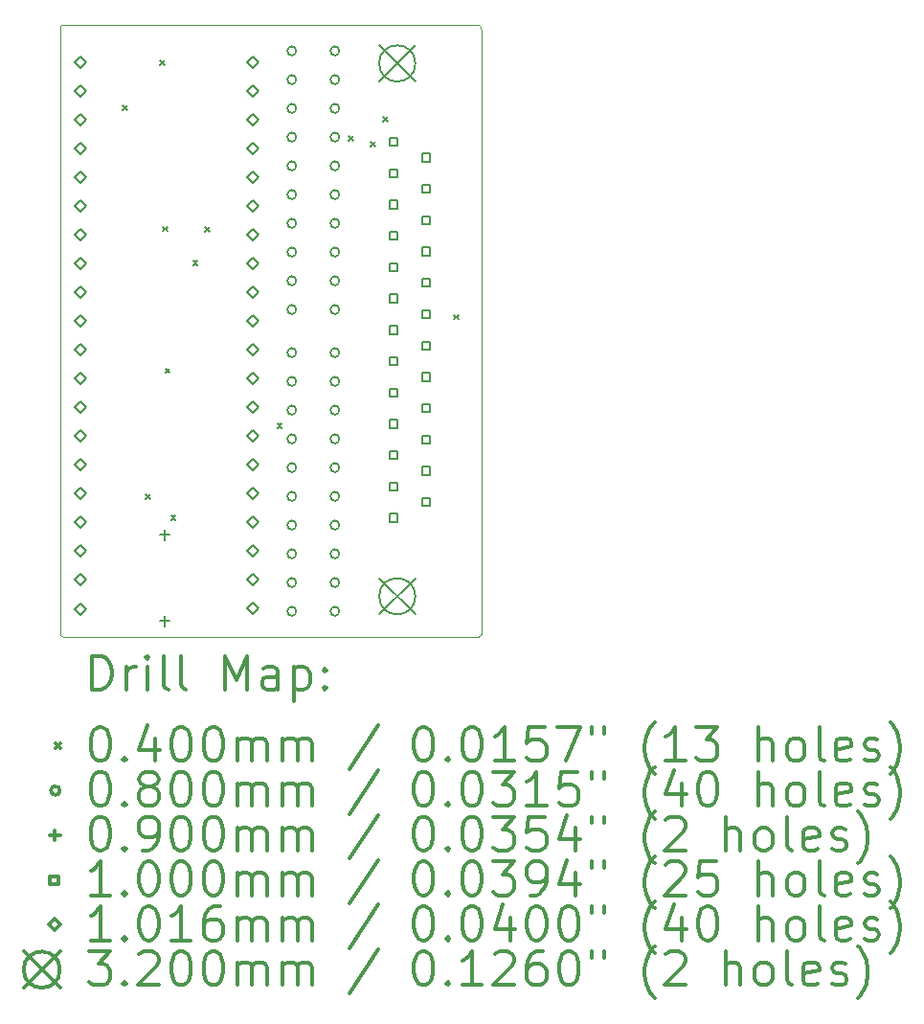
<source format=gbr>
%FSLAX45Y45*%
G04 Gerber Fmt 4.5, Leading zero omitted, Abs format (unit mm)*
G04 Created by KiCad (PCBNEW (5.1.10-1-10_14)) date 2021-10-09 14:12:27*
%MOMM*%
%LPD*%
G01*
G04 APERTURE LIST*
%TA.AperFunction,Profile*%
%ADD10C,0.050000*%
%TD*%
%ADD11C,0.200000*%
%ADD12C,0.300000*%
G04 APERTURE END LIST*
D10*
X12509500Y-14970500D02*
G75*
G02*
X12484100Y-14995900I-25400J0D01*
G01*
X8808500Y-14995500D02*
G75*
G02*
X8783100Y-14970100I0J25400D01*
G01*
X8783500Y-9613900D02*
G75*
G02*
X8808900Y-9588500I25400J0D01*
G01*
X12471400Y-9588500D02*
G75*
G02*
X12509500Y-9626600I0J-38100D01*
G01*
X12484100Y-14995900D02*
X8808500Y-14995500D01*
X12471400Y-9588500D02*
X8808900Y-9588500D01*
X12509500Y-14970500D02*
X12509500Y-9626600D01*
X8783100Y-14970100D02*
X8783500Y-9613900D01*
D11*
X9338500Y-10300500D02*
X9378500Y-10340500D01*
X9378500Y-10300500D02*
X9338500Y-10340500D01*
X9539350Y-13739420D02*
X9579350Y-13779420D01*
X9579350Y-13739420D02*
X9539350Y-13779420D01*
X9663500Y-9900500D02*
X9703500Y-9940500D01*
X9703500Y-9900500D02*
X9663500Y-9940500D01*
X9688880Y-11371830D02*
X9728880Y-11411830D01*
X9728880Y-11371830D02*
X9688880Y-11411830D01*
X9713500Y-12625500D02*
X9753500Y-12665500D01*
X9753500Y-12625500D02*
X9713500Y-12665500D01*
X9764380Y-13924190D02*
X9804380Y-13964190D01*
X9804380Y-13924190D02*
X9764380Y-13964190D01*
X9958900Y-11671670D02*
X9998900Y-11711670D01*
X9998900Y-11671670D02*
X9958900Y-11711670D01*
X10063500Y-11375500D02*
X10103500Y-11415500D01*
X10103500Y-11375500D02*
X10063500Y-11415500D01*
X10703620Y-13109920D02*
X10743620Y-13149920D01*
X10743620Y-13109920D02*
X10703620Y-13149920D01*
X11336380Y-10568870D02*
X11376380Y-10608870D01*
X11376380Y-10568870D02*
X11336380Y-10608870D01*
X11528180Y-10620390D02*
X11568180Y-10660390D01*
X11568180Y-10620390D02*
X11528180Y-10660390D01*
X11638500Y-10400500D02*
X11678500Y-10440500D01*
X11678500Y-10400500D02*
X11638500Y-10440500D01*
X12263500Y-12150500D02*
X12303500Y-12190500D01*
X12303500Y-12150500D02*
X12263500Y-12190500D01*
X10871500Y-9817500D02*
G75*
G03*
X10871500Y-9817500I-40000J0D01*
G01*
X10871500Y-10071500D02*
G75*
G03*
X10871500Y-10071500I-40000J0D01*
G01*
X10871500Y-10325500D02*
G75*
G03*
X10871500Y-10325500I-40000J0D01*
G01*
X10871500Y-10579500D02*
G75*
G03*
X10871500Y-10579500I-40000J0D01*
G01*
X10871500Y-10833500D02*
G75*
G03*
X10871500Y-10833500I-40000J0D01*
G01*
X10871500Y-11087500D02*
G75*
G03*
X10871500Y-11087500I-40000J0D01*
G01*
X10871500Y-11341500D02*
G75*
G03*
X10871500Y-11341500I-40000J0D01*
G01*
X10871500Y-11595500D02*
G75*
G03*
X10871500Y-11595500I-40000J0D01*
G01*
X10871500Y-11849500D02*
G75*
G03*
X10871500Y-11849500I-40000J0D01*
G01*
X10871500Y-12103500D02*
G75*
G03*
X10871500Y-12103500I-40000J0D01*
G01*
X10871500Y-12484500D02*
G75*
G03*
X10871500Y-12484500I-40000J0D01*
G01*
X10871500Y-12738500D02*
G75*
G03*
X10871500Y-12738500I-40000J0D01*
G01*
X10871500Y-12992500D02*
G75*
G03*
X10871500Y-12992500I-40000J0D01*
G01*
X10871500Y-13246500D02*
G75*
G03*
X10871500Y-13246500I-40000J0D01*
G01*
X10871500Y-13500500D02*
G75*
G03*
X10871500Y-13500500I-40000J0D01*
G01*
X10871500Y-13754500D02*
G75*
G03*
X10871500Y-13754500I-40000J0D01*
G01*
X10871500Y-14008500D02*
G75*
G03*
X10871500Y-14008500I-40000J0D01*
G01*
X10871500Y-14262500D02*
G75*
G03*
X10871500Y-14262500I-40000J0D01*
G01*
X10871500Y-14516500D02*
G75*
G03*
X10871500Y-14516500I-40000J0D01*
G01*
X10871500Y-14770500D02*
G75*
G03*
X10871500Y-14770500I-40000J0D01*
G01*
X11252500Y-9817500D02*
G75*
G03*
X11252500Y-9817500I-40000J0D01*
G01*
X11252500Y-10071500D02*
G75*
G03*
X11252500Y-10071500I-40000J0D01*
G01*
X11252500Y-10325500D02*
G75*
G03*
X11252500Y-10325500I-40000J0D01*
G01*
X11252500Y-10579500D02*
G75*
G03*
X11252500Y-10579500I-40000J0D01*
G01*
X11252500Y-10833500D02*
G75*
G03*
X11252500Y-10833500I-40000J0D01*
G01*
X11252500Y-11087500D02*
G75*
G03*
X11252500Y-11087500I-40000J0D01*
G01*
X11252500Y-11341500D02*
G75*
G03*
X11252500Y-11341500I-40000J0D01*
G01*
X11252500Y-11595500D02*
G75*
G03*
X11252500Y-11595500I-40000J0D01*
G01*
X11252500Y-11849500D02*
G75*
G03*
X11252500Y-11849500I-40000J0D01*
G01*
X11252500Y-12103500D02*
G75*
G03*
X11252500Y-12103500I-40000J0D01*
G01*
X11252500Y-12484500D02*
G75*
G03*
X11252500Y-12484500I-40000J0D01*
G01*
X11252500Y-12738500D02*
G75*
G03*
X11252500Y-12738500I-40000J0D01*
G01*
X11252500Y-12992500D02*
G75*
G03*
X11252500Y-12992500I-40000J0D01*
G01*
X11252500Y-13246500D02*
G75*
G03*
X11252500Y-13246500I-40000J0D01*
G01*
X11252500Y-13500500D02*
G75*
G03*
X11252500Y-13500500I-40000J0D01*
G01*
X11252500Y-13754500D02*
G75*
G03*
X11252500Y-13754500I-40000J0D01*
G01*
X11252500Y-14008500D02*
G75*
G03*
X11252500Y-14008500I-40000J0D01*
G01*
X11252500Y-14262500D02*
G75*
G03*
X11252500Y-14262500I-40000J0D01*
G01*
X11252500Y-14516500D02*
G75*
G03*
X11252500Y-14516500I-40000J0D01*
G01*
X11252500Y-14770500D02*
G75*
G03*
X11252500Y-14770500I-40000J0D01*
G01*
X9708500Y-14050500D02*
X9708500Y-14140500D01*
X9663500Y-14095500D02*
X9753500Y-14095500D01*
X9708500Y-14812500D02*
X9708500Y-14902500D01*
X9663500Y-14857500D02*
X9753500Y-14857500D01*
X11768856Y-10656856D02*
X11768856Y-10586144D01*
X11698144Y-10586144D01*
X11698144Y-10656856D01*
X11768856Y-10656856D01*
X11768856Y-10933856D02*
X11768856Y-10863144D01*
X11698144Y-10863144D01*
X11698144Y-10933856D01*
X11768856Y-10933856D01*
X11768856Y-11210856D02*
X11768856Y-11140144D01*
X11698144Y-11140144D01*
X11698144Y-11210856D01*
X11768856Y-11210856D01*
X11768856Y-11487856D02*
X11768856Y-11417144D01*
X11698144Y-11417144D01*
X11698144Y-11487856D01*
X11768856Y-11487856D01*
X11768856Y-11764856D02*
X11768856Y-11694144D01*
X11698144Y-11694144D01*
X11698144Y-11764856D01*
X11768856Y-11764856D01*
X11768856Y-12041856D02*
X11768856Y-11971144D01*
X11698144Y-11971144D01*
X11698144Y-12041856D01*
X11768856Y-12041856D01*
X11768856Y-12318856D02*
X11768856Y-12248144D01*
X11698144Y-12248144D01*
X11698144Y-12318856D01*
X11768856Y-12318856D01*
X11768856Y-12595856D02*
X11768856Y-12525144D01*
X11698144Y-12525144D01*
X11698144Y-12595856D01*
X11768856Y-12595856D01*
X11768856Y-12872856D02*
X11768856Y-12802144D01*
X11698144Y-12802144D01*
X11698144Y-12872856D01*
X11768856Y-12872856D01*
X11768856Y-13149856D02*
X11768856Y-13079144D01*
X11698144Y-13079144D01*
X11698144Y-13149856D01*
X11768856Y-13149856D01*
X11768856Y-13426856D02*
X11768856Y-13356144D01*
X11698144Y-13356144D01*
X11698144Y-13426856D01*
X11768856Y-13426856D01*
X11768856Y-13703856D02*
X11768856Y-13633144D01*
X11698144Y-13633144D01*
X11698144Y-13703856D01*
X11768856Y-13703856D01*
X11768856Y-13980856D02*
X11768856Y-13910144D01*
X11698144Y-13910144D01*
X11698144Y-13980856D01*
X11768856Y-13980856D01*
X12052856Y-10795356D02*
X12052856Y-10724644D01*
X11982144Y-10724644D01*
X11982144Y-10795356D01*
X12052856Y-10795356D01*
X12052856Y-11072356D02*
X12052856Y-11001644D01*
X11982144Y-11001644D01*
X11982144Y-11072356D01*
X12052856Y-11072356D01*
X12052856Y-11349356D02*
X12052856Y-11278644D01*
X11982144Y-11278644D01*
X11982144Y-11349356D01*
X12052856Y-11349356D01*
X12052856Y-11626356D02*
X12052856Y-11555644D01*
X11982144Y-11555644D01*
X11982144Y-11626356D01*
X12052856Y-11626356D01*
X12052856Y-11903356D02*
X12052856Y-11832644D01*
X11982144Y-11832644D01*
X11982144Y-11903356D01*
X12052856Y-11903356D01*
X12052856Y-12180356D02*
X12052856Y-12109644D01*
X11982144Y-12109644D01*
X11982144Y-12180356D01*
X12052856Y-12180356D01*
X12052856Y-12457356D02*
X12052856Y-12386644D01*
X11982144Y-12386644D01*
X11982144Y-12457356D01*
X12052856Y-12457356D01*
X12052856Y-12734356D02*
X12052856Y-12663644D01*
X11982144Y-12663644D01*
X11982144Y-12734356D01*
X12052856Y-12734356D01*
X12052856Y-13011356D02*
X12052856Y-12940644D01*
X11982144Y-12940644D01*
X11982144Y-13011356D01*
X12052856Y-13011356D01*
X12052856Y-13288356D02*
X12052856Y-13217644D01*
X11982144Y-13217644D01*
X11982144Y-13288356D01*
X12052856Y-13288356D01*
X12052856Y-13565356D02*
X12052856Y-13494644D01*
X11982144Y-13494644D01*
X11982144Y-13565356D01*
X12052856Y-13565356D01*
X12052856Y-13842356D02*
X12052856Y-13771644D01*
X11982144Y-13771644D01*
X11982144Y-13842356D01*
X12052856Y-13842356D01*
X8959500Y-9971280D02*
X9010300Y-9920480D01*
X8959500Y-9869680D01*
X8908700Y-9920480D01*
X8959500Y-9971280D01*
X8959500Y-10225280D02*
X9010300Y-10174480D01*
X8959500Y-10123680D01*
X8908700Y-10174480D01*
X8959500Y-10225280D01*
X8959500Y-10479280D02*
X9010300Y-10428480D01*
X8959500Y-10377680D01*
X8908700Y-10428480D01*
X8959500Y-10479280D01*
X8959500Y-10733280D02*
X9010300Y-10682480D01*
X8959500Y-10631680D01*
X8908700Y-10682480D01*
X8959500Y-10733280D01*
X8959500Y-10987280D02*
X9010300Y-10936480D01*
X8959500Y-10885680D01*
X8908700Y-10936480D01*
X8959500Y-10987280D01*
X8959500Y-11241280D02*
X9010300Y-11190480D01*
X8959500Y-11139680D01*
X8908700Y-11190480D01*
X8959500Y-11241280D01*
X8959500Y-11495280D02*
X9010300Y-11444480D01*
X8959500Y-11393680D01*
X8908700Y-11444480D01*
X8959500Y-11495280D01*
X8959500Y-11749280D02*
X9010300Y-11698480D01*
X8959500Y-11647680D01*
X8908700Y-11698480D01*
X8959500Y-11749280D01*
X8959500Y-12003280D02*
X9010300Y-11952480D01*
X8959500Y-11901680D01*
X8908700Y-11952480D01*
X8959500Y-12003280D01*
X8959500Y-12257280D02*
X9010300Y-12206480D01*
X8959500Y-12155680D01*
X8908700Y-12206480D01*
X8959500Y-12257280D01*
X8959500Y-12511280D02*
X9010300Y-12460480D01*
X8959500Y-12409680D01*
X8908700Y-12460480D01*
X8959500Y-12511280D01*
X8959500Y-12765280D02*
X9010300Y-12714480D01*
X8959500Y-12663680D01*
X8908700Y-12714480D01*
X8959500Y-12765280D01*
X8959500Y-13019280D02*
X9010300Y-12968480D01*
X8959500Y-12917680D01*
X8908700Y-12968480D01*
X8959500Y-13019280D01*
X8959500Y-13273280D02*
X9010300Y-13222480D01*
X8959500Y-13171680D01*
X8908700Y-13222480D01*
X8959500Y-13273280D01*
X8959500Y-13527280D02*
X9010300Y-13476480D01*
X8959500Y-13425680D01*
X8908700Y-13476480D01*
X8959500Y-13527280D01*
X8959500Y-13781280D02*
X9010300Y-13730480D01*
X8959500Y-13679680D01*
X8908700Y-13730480D01*
X8959500Y-13781280D01*
X8959500Y-14035280D02*
X9010300Y-13984480D01*
X8959500Y-13933680D01*
X8908700Y-13984480D01*
X8959500Y-14035280D01*
X8959500Y-14289280D02*
X9010300Y-14238480D01*
X8959500Y-14187680D01*
X8908700Y-14238480D01*
X8959500Y-14289280D01*
X8959500Y-14543280D02*
X9010300Y-14492480D01*
X8959500Y-14441680D01*
X8908700Y-14492480D01*
X8959500Y-14543280D01*
X8959500Y-14802360D02*
X9010300Y-14751560D01*
X8959500Y-14700760D01*
X8908700Y-14751560D01*
X8959500Y-14802360D01*
X10483500Y-9971280D02*
X10534300Y-9920480D01*
X10483500Y-9869680D01*
X10432700Y-9920480D01*
X10483500Y-9971280D01*
X10483500Y-10225280D02*
X10534300Y-10174480D01*
X10483500Y-10123680D01*
X10432700Y-10174480D01*
X10483500Y-10225280D01*
X10483500Y-10479280D02*
X10534300Y-10428480D01*
X10483500Y-10377680D01*
X10432700Y-10428480D01*
X10483500Y-10479280D01*
X10483500Y-10733280D02*
X10534300Y-10682480D01*
X10483500Y-10631680D01*
X10432700Y-10682480D01*
X10483500Y-10733280D01*
X10483500Y-10987280D02*
X10534300Y-10936480D01*
X10483500Y-10885680D01*
X10432700Y-10936480D01*
X10483500Y-10987280D01*
X10483500Y-11241280D02*
X10534300Y-11190480D01*
X10483500Y-11139680D01*
X10432700Y-11190480D01*
X10483500Y-11241280D01*
X10483500Y-11495280D02*
X10534300Y-11444480D01*
X10483500Y-11393680D01*
X10432700Y-11444480D01*
X10483500Y-11495280D01*
X10483500Y-11749280D02*
X10534300Y-11698480D01*
X10483500Y-11647680D01*
X10432700Y-11698480D01*
X10483500Y-11749280D01*
X10483500Y-12003280D02*
X10534300Y-11952480D01*
X10483500Y-11901680D01*
X10432700Y-11952480D01*
X10483500Y-12003280D01*
X10483500Y-12257280D02*
X10534300Y-12206480D01*
X10483500Y-12155680D01*
X10432700Y-12206480D01*
X10483500Y-12257280D01*
X10483500Y-12511280D02*
X10534300Y-12460480D01*
X10483500Y-12409680D01*
X10432700Y-12460480D01*
X10483500Y-12511280D01*
X10483500Y-12765280D02*
X10534300Y-12714480D01*
X10483500Y-12663680D01*
X10432700Y-12714480D01*
X10483500Y-12765280D01*
X10483500Y-13019280D02*
X10534300Y-12968480D01*
X10483500Y-12917680D01*
X10432700Y-12968480D01*
X10483500Y-13019280D01*
X10483500Y-13273280D02*
X10534300Y-13222480D01*
X10483500Y-13171680D01*
X10432700Y-13222480D01*
X10483500Y-13273280D01*
X10483500Y-13527280D02*
X10534300Y-13476480D01*
X10483500Y-13425680D01*
X10432700Y-13476480D01*
X10483500Y-13527280D01*
X10483500Y-13781280D02*
X10534300Y-13730480D01*
X10483500Y-13679680D01*
X10432700Y-13730480D01*
X10483500Y-13781280D01*
X10483500Y-14035280D02*
X10534300Y-13984480D01*
X10483500Y-13933680D01*
X10432700Y-13984480D01*
X10483500Y-14035280D01*
X10483500Y-14289280D02*
X10534300Y-14238480D01*
X10483500Y-14187680D01*
X10432700Y-14238480D01*
X10483500Y-14289280D01*
X10483500Y-14543280D02*
X10534300Y-14492480D01*
X10483500Y-14441680D01*
X10432700Y-14492480D01*
X10483500Y-14543280D01*
X10483500Y-14797280D02*
X10534300Y-14746480D01*
X10483500Y-14695680D01*
X10432700Y-14746480D01*
X10483500Y-14797280D01*
X11603500Y-9768500D02*
X11923500Y-10088500D01*
X11923500Y-9768500D02*
X11603500Y-10088500D01*
X11923500Y-9928500D02*
G75*
G03*
X11923500Y-9928500I-160000J0D01*
G01*
X11603500Y-14478500D02*
X11923500Y-14798500D01*
X11923500Y-14478500D02*
X11603500Y-14798500D01*
X11923500Y-14638500D02*
G75*
G03*
X11923500Y-14638500I-160000J0D01*
G01*
D12*
X9067028Y-15464114D02*
X9067028Y-15164114D01*
X9138457Y-15164114D01*
X9181314Y-15178400D01*
X9209886Y-15206971D01*
X9224171Y-15235543D01*
X9238457Y-15292686D01*
X9238457Y-15335543D01*
X9224171Y-15392686D01*
X9209886Y-15421257D01*
X9181314Y-15449829D01*
X9138457Y-15464114D01*
X9067028Y-15464114D01*
X9367028Y-15464114D02*
X9367028Y-15264114D01*
X9367028Y-15321257D02*
X9381314Y-15292686D01*
X9395600Y-15278400D01*
X9424171Y-15264114D01*
X9452743Y-15264114D01*
X9552743Y-15464114D02*
X9552743Y-15264114D01*
X9552743Y-15164114D02*
X9538457Y-15178400D01*
X9552743Y-15192686D01*
X9567028Y-15178400D01*
X9552743Y-15164114D01*
X9552743Y-15192686D01*
X9738457Y-15464114D02*
X9709886Y-15449829D01*
X9695600Y-15421257D01*
X9695600Y-15164114D01*
X9895600Y-15464114D02*
X9867028Y-15449829D01*
X9852743Y-15421257D01*
X9852743Y-15164114D01*
X10238457Y-15464114D02*
X10238457Y-15164114D01*
X10338457Y-15378400D01*
X10438457Y-15164114D01*
X10438457Y-15464114D01*
X10709886Y-15464114D02*
X10709886Y-15306971D01*
X10695600Y-15278400D01*
X10667028Y-15264114D01*
X10609886Y-15264114D01*
X10581314Y-15278400D01*
X10709886Y-15449829D02*
X10681314Y-15464114D01*
X10609886Y-15464114D01*
X10581314Y-15449829D01*
X10567028Y-15421257D01*
X10567028Y-15392686D01*
X10581314Y-15364114D01*
X10609886Y-15349829D01*
X10681314Y-15349829D01*
X10709886Y-15335543D01*
X10852743Y-15264114D02*
X10852743Y-15564114D01*
X10852743Y-15278400D02*
X10881314Y-15264114D01*
X10938457Y-15264114D01*
X10967028Y-15278400D01*
X10981314Y-15292686D01*
X10995600Y-15321257D01*
X10995600Y-15406971D01*
X10981314Y-15435543D01*
X10967028Y-15449829D01*
X10938457Y-15464114D01*
X10881314Y-15464114D01*
X10852743Y-15449829D01*
X11124171Y-15435543D02*
X11138457Y-15449829D01*
X11124171Y-15464114D01*
X11109886Y-15449829D01*
X11124171Y-15435543D01*
X11124171Y-15464114D01*
X11124171Y-15278400D02*
X11138457Y-15292686D01*
X11124171Y-15306971D01*
X11109886Y-15292686D01*
X11124171Y-15278400D01*
X11124171Y-15306971D01*
X8740600Y-15938400D02*
X8780600Y-15978400D01*
X8780600Y-15938400D02*
X8740600Y-15978400D01*
X9124171Y-15794114D02*
X9152743Y-15794114D01*
X9181314Y-15808400D01*
X9195600Y-15822686D01*
X9209886Y-15851257D01*
X9224171Y-15908400D01*
X9224171Y-15979829D01*
X9209886Y-16036971D01*
X9195600Y-16065543D01*
X9181314Y-16079829D01*
X9152743Y-16094114D01*
X9124171Y-16094114D01*
X9095600Y-16079829D01*
X9081314Y-16065543D01*
X9067028Y-16036971D01*
X9052743Y-15979829D01*
X9052743Y-15908400D01*
X9067028Y-15851257D01*
X9081314Y-15822686D01*
X9095600Y-15808400D01*
X9124171Y-15794114D01*
X9352743Y-16065543D02*
X9367028Y-16079829D01*
X9352743Y-16094114D01*
X9338457Y-16079829D01*
X9352743Y-16065543D01*
X9352743Y-16094114D01*
X9624171Y-15894114D02*
X9624171Y-16094114D01*
X9552743Y-15779829D02*
X9481314Y-15994114D01*
X9667028Y-15994114D01*
X9838457Y-15794114D02*
X9867028Y-15794114D01*
X9895600Y-15808400D01*
X9909886Y-15822686D01*
X9924171Y-15851257D01*
X9938457Y-15908400D01*
X9938457Y-15979829D01*
X9924171Y-16036971D01*
X9909886Y-16065543D01*
X9895600Y-16079829D01*
X9867028Y-16094114D01*
X9838457Y-16094114D01*
X9809886Y-16079829D01*
X9795600Y-16065543D01*
X9781314Y-16036971D01*
X9767028Y-15979829D01*
X9767028Y-15908400D01*
X9781314Y-15851257D01*
X9795600Y-15822686D01*
X9809886Y-15808400D01*
X9838457Y-15794114D01*
X10124171Y-15794114D02*
X10152743Y-15794114D01*
X10181314Y-15808400D01*
X10195600Y-15822686D01*
X10209886Y-15851257D01*
X10224171Y-15908400D01*
X10224171Y-15979829D01*
X10209886Y-16036971D01*
X10195600Y-16065543D01*
X10181314Y-16079829D01*
X10152743Y-16094114D01*
X10124171Y-16094114D01*
X10095600Y-16079829D01*
X10081314Y-16065543D01*
X10067028Y-16036971D01*
X10052743Y-15979829D01*
X10052743Y-15908400D01*
X10067028Y-15851257D01*
X10081314Y-15822686D01*
X10095600Y-15808400D01*
X10124171Y-15794114D01*
X10352743Y-16094114D02*
X10352743Y-15894114D01*
X10352743Y-15922686D02*
X10367028Y-15908400D01*
X10395600Y-15894114D01*
X10438457Y-15894114D01*
X10467028Y-15908400D01*
X10481314Y-15936971D01*
X10481314Y-16094114D01*
X10481314Y-15936971D02*
X10495600Y-15908400D01*
X10524171Y-15894114D01*
X10567028Y-15894114D01*
X10595600Y-15908400D01*
X10609886Y-15936971D01*
X10609886Y-16094114D01*
X10752743Y-16094114D02*
X10752743Y-15894114D01*
X10752743Y-15922686D02*
X10767028Y-15908400D01*
X10795600Y-15894114D01*
X10838457Y-15894114D01*
X10867028Y-15908400D01*
X10881314Y-15936971D01*
X10881314Y-16094114D01*
X10881314Y-15936971D02*
X10895600Y-15908400D01*
X10924171Y-15894114D01*
X10967028Y-15894114D01*
X10995600Y-15908400D01*
X11009886Y-15936971D01*
X11009886Y-16094114D01*
X11595600Y-15779829D02*
X11338457Y-16165543D01*
X11981314Y-15794114D02*
X12009886Y-15794114D01*
X12038457Y-15808400D01*
X12052743Y-15822686D01*
X12067028Y-15851257D01*
X12081314Y-15908400D01*
X12081314Y-15979829D01*
X12067028Y-16036971D01*
X12052743Y-16065543D01*
X12038457Y-16079829D01*
X12009886Y-16094114D01*
X11981314Y-16094114D01*
X11952743Y-16079829D01*
X11938457Y-16065543D01*
X11924171Y-16036971D01*
X11909886Y-15979829D01*
X11909886Y-15908400D01*
X11924171Y-15851257D01*
X11938457Y-15822686D01*
X11952743Y-15808400D01*
X11981314Y-15794114D01*
X12209886Y-16065543D02*
X12224171Y-16079829D01*
X12209886Y-16094114D01*
X12195600Y-16079829D01*
X12209886Y-16065543D01*
X12209886Y-16094114D01*
X12409886Y-15794114D02*
X12438457Y-15794114D01*
X12467028Y-15808400D01*
X12481314Y-15822686D01*
X12495600Y-15851257D01*
X12509886Y-15908400D01*
X12509886Y-15979829D01*
X12495600Y-16036971D01*
X12481314Y-16065543D01*
X12467028Y-16079829D01*
X12438457Y-16094114D01*
X12409886Y-16094114D01*
X12381314Y-16079829D01*
X12367028Y-16065543D01*
X12352743Y-16036971D01*
X12338457Y-15979829D01*
X12338457Y-15908400D01*
X12352743Y-15851257D01*
X12367028Y-15822686D01*
X12381314Y-15808400D01*
X12409886Y-15794114D01*
X12795600Y-16094114D02*
X12624171Y-16094114D01*
X12709886Y-16094114D02*
X12709886Y-15794114D01*
X12681314Y-15836971D01*
X12652743Y-15865543D01*
X12624171Y-15879829D01*
X13067028Y-15794114D02*
X12924171Y-15794114D01*
X12909886Y-15936971D01*
X12924171Y-15922686D01*
X12952743Y-15908400D01*
X13024171Y-15908400D01*
X13052743Y-15922686D01*
X13067028Y-15936971D01*
X13081314Y-15965543D01*
X13081314Y-16036971D01*
X13067028Y-16065543D01*
X13052743Y-16079829D01*
X13024171Y-16094114D01*
X12952743Y-16094114D01*
X12924171Y-16079829D01*
X12909886Y-16065543D01*
X13181314Y-15794114D02*
X13381314Y-15794114D01*
X13252743Y-16094114D01*
X13481314Y-15794114D02*
X13481314Y-15851257D01*
X13595600Y-15794114D02*
X13595600Y-15851257D01*
X14038457Y-16208400D02*
X14024171Y-16194114D01*
X13995600Y-16151257D01*
X13981314Y-16122686D01*
X13967028Y-16079829D01*
X13952743Y-16008400D01*
X13952743Y-15951257D01*
X13967028Y-15879829D01*
X13981314Y-15836971D01*
X13995600Y-15808400D01*
X14024171Y-15765543D01*
X14038457Y-15751257D01*
X14309886Y-16094114D02*
X14138457Y-16094114D01*
X14224171Y-16094114D02*
X14224171Y-15794114D01*
X14195600Y-15836971D01*
X14167028Y-15865543D01*
X14138457Y-15879829D01*
X14409886Y-15794114D02*
X14595600Y-15794114D01*
X14495600Y-15908400D01*
X14538457Y-15908400D01*
X14567028Y-15922686D01*
X14581314Y-15936971D01*
X14595600Y-15965543D01*
X14595600Y-16036971D01*
X14581314Y-16065543D01*
X14567028Y-16079829D01*
X14538457Y-16094114D01*
X14452743Y-16094114D01*
X14424171Y-16079829D01*
X14409886Y-16065543D01*
X14952743Y-16094114D02*
X14952743Y-15794114D01*
X15081314Y-16094114D02*
X15081314Y-15936971D01*
X15067028Y-15908400D01*
X15038457Y-15894114D01*
X14995600Y-15894114D01*
X14967028Y-15908400D01*
X14952743Y-15922686D01*
X15267028Y-16094114D02*
X15238457Y-16079829D01*
X15224171Y-16065543D01*
X15209886Y-16036971D01*
X15209886Y-15951257D01*
X15224171Y-15922686D01*
X15238457Y-15908400D01*
X15267028Y-15894114D01*
X15309886Y-15894114D01*
X15338457Y-15908400D01*
X15352743Y-15922686D01*
X15367028Y-15951257D01*
X15367028Y-16036971D01*
X15352743Y-16065543D01*
X15338457Y-16079829D01*
X15309886Y-16094114D01*
X15267028Y-16094114D01*
X15538457Y-16094114D02*
X15509886Y-16079829D01*
X15495600Y-16051257D01*
X15495600Y-15794114D01*
X15767028Y-16079829D02*
X15738457Y-16094114D01*
X15681314Y-16094114D01*
X15652743Y-16079829D01*
X15638457Y-16051257D01*
X15638457Y-15936971D01*
X15652743Y-15908400D01*
X15681314Y-15894114D01*
X15738457Y-15894114D01*
X15767028Y-15908400D01*
X15781314Y-15936971D01*
X15781314Y-15965543D01*
X15638457Y-15994114D01*
X15895600Y-16079829D02*
X15924171Y-16094114D01*
X15981314Y-16094114D01*
X16009886Y-16079829D01*
X16024171Y-16051257D01*
X16024171Y-16036971D01*
X16009886Y-16008400D01*
X15981314Y-15994114D01*
X15938457Y-15994114D01*
X15909886Y-15979829D01*
X15895600Y-15951257D01*
X15895600Y-15936971D01*
X15909886Y-15908400D01*
X15938457Y-15894114D01*
X15981314Y-15894114D01*
X16009886Y-15908400D01*
X16124171Y-16208400D02*
X16138457Y-16194114D01*
X16167028Y-16151257D01*
X16181314Y-16122686D01*
X16195600Y-16079829D01*
X16209886Y-16008400D01*
X16209886Y-15951257D01*
X16195600Y-15879829D01*
X16181314Y-15836971D01*
X16167028Y-15808400D01*
X16138457Y-15765543D01*
X16124171Y-15751257D01*
X8780600Y-16354400D02*
G75*
G03*
X8780600Y-16354400I-40000J0D01*
G01*
X9124171Y-16190114D02*
X9152743Y-16190114D01*
X9181314Y-16204400D01*
X9195600Y-16218686D01*
X9209886Y-16247257D01*
X9224171Y-16304400D01*
X9224171Y-16375829D01*
X9209886Y-16432971D01*
X9195600Y-16461543D01*
X9181314Y-16475829D01*
X9152743Y-16490114D01*
X9124171Y-16490114D01*
X9095600Y-16475829D01*
X9081314Y-16461543D01*
X9067028Y-16432971D01*
X9052743Y-16375829D01*
X9052743Y-16304400D01*
X9067028Y-16247257D01*
X9081314Y-16218686D01*
X9095600Y-16204400D01*
X9124171Y-16190114D01*
X9352743Y-16461543D02*
X9367028Y-16475829D01*
X9352743Y-16490114D01*
X9338457Y-16475829D01*
X9352743Y-16461543D01*
X9352743Y-16490114D01*
X9538457Y-16318686D02*
X9509886Y-16304400D01*
X9495600Y-16290114D01*
X9481314Y-16261543D01*
X9481314Y-16247257D01*
X9495600Y-16218686D01*
X9509886Y-16204400D01*
X9538457Y-16190114D01*
X9595600Y-16190114D01*
X9624171Y-16204400D01*
X9638457Y-16218686D01*
X9652743Y-16247257D01*
X9652743Y-16261543D01*
X9638457Y-16290114D01*
X9624171Y-16304400D01*
X9595600Y-16318686D01*
X9538457Y-16318686D01*
X9509886Y-16332971D01*
X9495600Y-16347257D01*
X9481314Y-16375829D01*
X9481314Y-16432971D01*
X9495600Y-16461543D01*
X9509886Y-16475829D01*
X9538457Y-16490114D01*
X9595600Y-16490114D01*
X9624171Y-16475829D01*
X9638457Y-16461543D01*
X9652743Y-16432971D01*
X9652743Y-16375829D01*
X9638457Y-16347257D01*
X9624171Y-16332971D01*
X9595600Y-16318686D01*
X9838457Y-16190114D02*
X9867028Y-16190114D01*
X9895600Y-16204400D01*
X9909886Y-16218686D01*
X9924171Y-16247257D01*
X9938457Y-16304400D01*
X9938457Y-16375829D01*
X9924171Y-16432971D01*
X9909886Y-16461543D01*
X9895600Y-16475829D01*
X9867028Y-16490114D01*
X9838457Y-16490114D01*
X9809886Y-16475829D01*
X9795600Y-16461543D01*
X9781314Y-16432971D01*
X9767028Y-16375829D01*
X9767028Y-16304400D01*
X9781314Y-16247257D01*
X9795600Y-16218686D01*
X9809886Y-16204400D01*
X9838457Y-16190114D01*
X10124171Y-16190114D02*
X10152743Y-16190114D01*
X10181314Y-16204400D01*
X10195600Y-16218686D01*
X10209886Y-16247257D01*
X10224171Y-16304400D01*
X10224171Y-16375829D01*
X10209886Y-16432971D01*
X10195600Y-16461543D01*
X10181314Y-16475829D01*
X10152743Y-16490114D01*
X10124171Y-16490114D01*
X10095600Y-16475829D01*
X10081314Y-16461543D01*
X10067028Y-16432971D01*
X10052743Y-16375829D01*
X10052743Y-16304400D01*
X10067028Y-16247257D01*
X10081314Y-16218686D01*
X10095600Y-16204400D01*
X10124171Y-16190114D01*
X10352743Y-16490114D02*
X10352743Y-16290114D01*
X10352743Y-16318686D02*
X10367028Y-16304400D01*
X10395600Y-16290114D01*
X10438457Y-16290114D01*
X10467028Y-16304400D01*
X10481314Y-16332971D01*
X10481314Y-16490114D01*
X10481314Y-16332971D02*
X10495600Y-16304400D01*
X10524171Y-16290114D01*
X10567028Y-16290114D01*
X10595600Y-16304400D01*
X10609886Y-16332971D01*
X10609886Y-16490114D01*
X10752743Y-16490114D02*
X10752743Y-16290114D01*
X10752743Y-16318686D02*
X10767028Y-16304400D01*
X10795600Y-16290114D01*
X10838457Y-16290114D01*
X10867028Y-16304400D01*
X10881314Y-16332971D01*
X10881314Y-16490114D01*
X10881314Y-16332971D02*
X10895600Y-16304400D01*
X10924171Y-16290114D01*
X10967028Y-16290114D01*
X10995600Y-16304400D01*
X11009886Y-16332971D01*
X11009886Y-16490114D01*
X11595600Y-16175829D02*
X11338457Y-16561543D01*
X11981314Y-16190114D02*
X12009886Y-16190114D01*
X12038457Y-16204400D01*
X12052743Y-16218686D01*
X12067028Y-16247257D01*
X12081314Y-16304400D01*
X12081314Y-16375829D01*
X12067028Y-16432971D01*
X12052743Y-16461543D01*
X12038457Y-16475829D01*
X12009886Y-16490114D01*
X11981314Y-16490114D01*
X11952743Y-16475829D01*
X11938457Y-16461543D01*
X11924171Y-16432971D01*
X11909886Y-16375829D01*
X11909886Y-16304400D01*
X11924171Y-16247257D01*
X11938457Y-16218686D01*
X11952743Y-16204400D01*
X11981314Y-16190114D01*
X12209886Y-16461543D02*
X12224171Y-16475829D01*
X12209886Y-16490114D01*
X12195600Y-16475829D01*
X12209886Y-16461543D01*
X12209886Y-16490114D01*
X12409886Y-16190114D02*
X12438457Y-16190114D01*
X12467028Y-16204400D01*
X12481314Y-16218686D01*
X12495600Y-16247257D01*
X12509886Y-16304400D01*
X12509886Y-16375829D01*
X12495600Y-16432971D01*
X12481314Y-16461543D01*
X12467028Y-16475829D01*
X12438457Y-16490114D01*
X12409886Y-16490114D01*
X12381314Y-16475829D01*
X12367028Y-16461543D01*
X12352743Y-16432971D01*
X12338457Y-16375829D01*
X12338457Y-16304400D01*
X12352743Y-16247257D01*
X12367028Y-16218686D01*
X12381314Y-16204400D01*
X12409886Y-16190114D01*
X12609886Y-16190114D02*
X12795600Y-16190114D01*
X12695600Y-16304400D01*
X12738457Y-16304400D01*
X12767028Y-16318686D01*
X12781314Y-16332971D01*
X12795600Y-16361543D01*
X12795600Y-16432971D01*
X12781314Y-16461543D01*
X12767028Y-16475829D01*
X12738457Y-16490114D01*
X12652743Y-16490114D01*
X12624171Y-16475829D01*
X12609886Y-16461543D01*
X13081314Y-16490114D02*
X12909886Y-16490114D01*
X12995600Y-16490114D02*
X12995600Y-16190114D01*
X12967028Y-16232971D01*
X12938457Y-16261543D01*
X12909886Y-16275829D01*
X13352743Y-16190114D02*
X13209886Y-16190114D01*
X13195600Y-16332971D01*
X13209886Y-16318686D01*
X13238457Y-16304400D01*
X13309886Y-16304400D01*
X13338457Y-16318686D01*
X13352743Y-16332971D01*
X13367028Y-16361543D01*
X13367028Y-16432971D01*
X13352743Y-16461543D01*
X13338457Y-16475829D01*
X13309886Y-16490114D01*
X13238457Y-16490114D01*
X13209886Y-16475829D01*
X13195600Y-16461543D01*
X13481314Y-16190114D02*
X13481314Y-16247257D01*
X13595600Y-16190114D02*
X13595600Y-16247257D01*
X14038457Y-16604400D02*
X14024171Y-16590114D01*
X13995600Y-16547257D01*
X13981314Y-16518686D01*
X13967028Y-16475829D01*
X13952743Y-16404400D01*
X13952743Y-16347257D01*
X13967028Y-16275829D01*
X13981314Y-16232971D01*
X13995600Y-16204400D01*
X14024171Y-16161543D01*
X14038457Y-16147257D01*
X14281314Y-16290114D02*
X14281314Y-16490114D01*
X14209886Y-16175829D02*
X14138457Y-16390114D01*
X14324171Y-16390114D01*
X14495600Y-16190114D02*
X14524171Y-16190114D01*
X14552743Y-16204400D01*
X14567028Y-16218686D01*
X14581314Y-16247257D01*
X14595600Y-16304400D01*
X14595600Y-16375829D01*
X14581314Y-16432971D01*
X14567028Y-16461543D01*
X14552743Y-16475829D01*
X14524171Y-16490114D01*
X14495600Y-16490114D01*
X14467028Y-16475829D01*
X14452743Y-16461543D01*
X14438457Y-16432971D01*
X14424171Y-16375829D01*
X14424171Y-16304400D01*
X14438457Y-16247257D01*
X14452743Y-16218686D01*
X14467028Y-16204400D01*
X14495600Y-16190114D01*
X14952743Y-16490114D02*
X14952743Y-16190114D01*
X15081314Y-16490114D02*
X15081314Y-16332971D01*
X15067028Y-16304400D01*
X15038457Y-16290114D01*
X14995600Y-16290114D01*
X14967028Y-16304400D01*
X14952743Y-16318686D01*
X15267028Y-16490114D02*
X15238457Y-16475829D01*
X15224171Y-16461543D01*
X15209886Y-16432971D01*
X15209886Y-16347257D01*
X15224171Y-16318686D01*
X15238457Y-16304400D01*
X15267028Y-16290114D01*
X15309886Y-16290114D01*
X15338457Y-16304400D01*
X15352743Y-16318686D01*
X15367028Y-16347257D01*
X15367028Y-16432971D01*
X15352743Y-16461543D01*
X15338457Y-16475829D01*
X15309886Y-16490114D01*
X15267028Y-16490114D01*
X15538457Y-16490114D02*
X15509886Y-16475829D01*
X15495600Y-16447257D01*
X15495600Y-16190114D01*
X15767028Y-16475829D02*
X15738457Y-16490114D01*
X15681314Y-16490114D01*
X15652743Y-16475829D01*
X15638457Y-16447257D01*
X15638457Y-16332971D01*
X15652743Y-16304400D01*
X15681314Y-16290114D01*
X15738457Y-16290114D01*
X15767028Y-16304400D01*
X15781314Y-16332971D01*
X15781314Y-16361543D01*
X15638457Y-16390114D01*
X15895600Y-16475829D02*
X15924171Y-16490114D01*
X15981314Y-16490114D01*
X16009886Y-16475829D01*
X16024171Y-16447257D01*
X16024171Y-16432971D01*
X16009886Y-16404400D01*
X15981314Y-16390114D01*
X15938457Y-16390114D01*
X15909886Y-16375829D01*
X15895600Y-16347257D01*
X15895600Y-16332971D01*
X15909886Y-16304400D01*
X15938457Y-16290114D01*
X15981314Y-16290114D01*
X16009886Y-16304400D01*
X16124171Y-16604400D02*
X16138457Y-16590114D01*
X16167028Y-16547257D01*
X16181314Y-16518686D01*
X16195600Y-16475829D01*
X16209886Y-16404400D01*
X16209886Y-16347257D01*
X16195600Y-16275829D01*
X16181314Y-16232971D01*
X16167028Y-16204400D01*
X16138457Y-16161543D01*
X16124171Y-16147257D01*
X8735600Y-16705400D02*
X8735600Y-16795400D01*
X8690600Y-16750400D02*
X8780600Y-16750400D01*
X9124171Y-16586114D02*
X9152743Y-16586114D01*
X9181314Y-16600400D01*
X9195600Y-16614686D01*
X9209886Y-16643257D01*
X9224171Y-16700400D01*
X9224171Y-16771829D01*
X9209886Y-16828972D01*
X9195600Y-16857543D01*
X9181314Y-16871829D01*
X9152743Y-16886114D01*
X9124171Y-16886114D01*
X9095600Y-16871829D01*
X9081314Y-16857543D01*
X9067028Y-16828972D01*
X9052743Y-16771829D01*
X9052743Y-16700400D01*
X9067028Y-16643257D01*
X9081314Y-16614686D01*
X9095600Y-16600400D01*
X9124171Y-16586114D01*
X9352743Y-16857543D02*
X9367028Y-16871829D01*
X9352743Y-16886114D01*
X9338457Y-16871829D01*
X9352743Y-16857543D01*
X9352743Y-16886114D01*
X9509886Y-16886114D02*
X9567028Y-16886114D01*
X9595600Y-16871829D01*
X9609886Y-16857543D01*
X9638457Y-16814686D01*
X9652743Y-16757543D01*
X9652743Y-16643257D01*
X9638457Y-16614686D01*
X9624171Y-16600400D01*
X9595600Y-16586114D01*
X9538457Y-16586114D01*
X9509886Y-16600400D01*
X9495600Y-16614686D01*
X9481314Y-16643257D01*
X9481314Y-16714686D01*
X9495600Y-16743257D01*
X9509886Y-16757543D01*
X9538457Y-16771829D01*
X9595600Y-16771829D01*
X9624171Y-16757543D01*
X9638457Y-16743257D01*
X9652743Y-16714686D01*
X9838457Y-16586114D02*
X9867028Y-16586114D01*
X9895600Y-16600400D01*
X9909886Y-16614686D01*
X9924171Y-16643257D01*
X9938457Y-16700400D01*
X9938457Y-16771829D01*
X9924171Y-16828972D01*
X9909886Y-16857543D01*
X9895600Y-16871829D01*
X9867028Y-16886114D01*
X9838457Y-16886114D01*
X9809886Y-16871829D01*
X9795600Y-16857543D01*
X9781314Y-16828972D01*
X9767028Y-16771829D01*
X9767028Y-16700400D01*
X9781314Y-16643257D01*
X9795600Y-16614686D01*
X9809886Y-16600400D01*
X9838457Y-16586114D01*
X10124171Y-16586114D02*
X10152743Y-16586114D01*
X10181314Y-16600400D01*
X10195600Y-16614686D01*
X10209886Y-16643257D01*
X10224171Y-16700400D01*
X10224171Y-16771829D01*
X10209886Y-16828972D01*
X10195600Y-16857543D01*
X10181314Y-16871829D01*
X10152743Y-16886114D01*
X10124171Y-16886114D01*
X10095600Y-16871829D01*
X10081314Y-16857543D01*
X10067028Y-16828972D01*
X10052743Y-16771829D01*
X10052743Y-16700400D01*
X10067028Y-16643257D01*
X10081314Y-16614686D01*
X10095600Y-16600400D01*
X10124171Y-16586114D01*
X10352743Y-16886114D02*
X10352743Y-16686114D01*
X10352743Y-16714686D02*
X10367028Y-16700400D01*
X10395600Y-16686114D01*
X10438457Y-16686114D01*
X10467028Y-16700400D01*
X10481314Y-16728971D01*
X10481314Y-16886114D01*
X10481314Y-16728971D02*
X10495600Y-16700400D01*
X10524171Y-16686114D01*
X10567028Y-16686114D01*
X10595600Y-16700400D01*
X10609886Y-16728971D01*
X10609886Y-16886114D01*
X10752743Y-16886114D02*
X10752743Y-16686114D01*
X10752743Y-16714686D02*
X10767028Y-16700400D01*
X10795600Y-16686114D01*
X10838457Y-16686114D01*
X10867028Y-16700400D01*
X10881314Y-16728971D01*
X10881314Y-16886114D01*
X10881314Y-16728971D02*
X10895600Y-16700400D01*
X10924171Y-16686114D01*
X10967028Y-16686114D01*
X10995600Y-16700400D01*
X11009886Y-16728971D01*
X11009886Y-16886114D01*
X11595600Y-16571829D02*
X11338457Y-16957543D01*
X11981314Y-16586114D02*
X12009886Y-16586114D01*
X12038457Y-16600400D01*
X12052743Y-16614686D01*
X12067028Y-16643257D01*
X12081314Y-16700400D01*
X12081314Y-16771829D01*
X12067028Y-16828972D01*
X12052743Y-16857543D01*
X12038457Y-16871829D01*
X12009886Y-16886114D01*
X11981314Y-16886114D01*
X11952743Y-16871829D01*
X11938457Y-16857543D01*
X11924171Y-16828972D01*
X11909886Y-16771829D01*
X11909886Y-16700400D01*
X11924171Y-16643257D01*
X11938457Y-16614686D01*
X11952743Y-16600400D01*
X11981314Y-16586114D01*
X12209886Y-16857543D02*
X12224171Y-16871829D01*
X12209886Y-16886114D01*
X12195600Y-16871829D01*
X12209886Y-16857543D01*
X12209886Y-16886114D01*
X12409886Y-16586114D02*
X12438457Y-16586114D01*
X12467028Y-16600400D01*
X12481314Y-16614686D01*
X12495600Y-16643257D01*
X12509886Y-16700400D01*
X12509886Y-16771829D01*
X12495600Y-16828972D01*
X12481314Y-16857543D01*
X12467028Y-16871829D01*
X12438457Y-16886114D01*
X12409886Y-16886114D01*
X12381314Y-16871829D01*
X12367028Y-16857543D01*
X12352743Y-16828972D01*
X12338457Y-16771829D01*
X12338457Y-16700400D01*
X12352743Y-16643257D01*
X12367028Y-16614686D01*
X12381314Y-16600400D01*
X12409886Y-16586114D01*
X12609886Y-16586114D02*
X12795600Y-16586114D01*
X12695600Y-16700400D01*
X12738457Y-16700400D01*
X12767028Y-16714686D01*
X12781314Y-16728971D01*
X12795600Y-16757543D01*
X12795600Y-16828972D01*
X12781314Y-16857543D01*
X12767028Y-16871829D01*
X12738457Y-16886114D01*
X12652743Y-16886114D01*
X12624171Y-16871829D01*
X12609886Y-16857543D01*
X13067028Y-16586114D02*
X12924171Y-16586114D01*
X12909886Y-16728971D01*
X12924171Y-16714686D01*
X12952743Y-16700400D01*
X13024171Y-16700400D01*
X13052743Y-16714686D01*
X13067028Y-16728971D01*
X13081314Y-16757543D01*
X13081314Y-16828972D01*
X13067028Y-16857543D01*
X13052743Y-16871829D01*
X13024171Y-16886114D01*
X12952743Y-16886114D01*
X12924171Y-16871829D01*
X12909886Y-16857543D01*
X13338457Y-16686114D02*
X13338457Y-16886114D01*
X13267028Y-16571829D02*
X13195600Y-16786114D01*
X13381314Y-16786114D01*
X13481314Y-16586114D02*
X13481314Y-16643257D01*
X13595600Y-16586114D02*
X13595600Y-16643257D01*
X14038457Y-17000400D02*
X14024171Y-16986114D01*
X13995600Y-16943257D01*
X13981314Y-16914686D01*
X13967028Y-16871829D01*
X13952743Y-16800400D01*
X13952743Y-16743257D01*
X13967028Y-16671829D01*
X13981314Y-16628971D01*
X13995600Y-16600400D01*
X14024171Y-16557543D01*
X14038457Y-16543257D01*
X14138457Y-16614686D02*
X14152743Y-16600400D01*
X14181314Y-16586114D01*
X14252743Y-16586114D01*
X14281314Y-16600400D01*
X14295600Y-16614686D01*
X14309886Y-16643257D01*
X14309886Y-16671829D01*
X14295600Y-16714686D01*
X14124171Y-16886114D01*
X14309886Y-16886114D01*
X14667028Y-16886114D02*
X14667028Y-16586114D01*
X14795600Y-16886114D02*
X14795600Y-16728971D01*
X14781314Y-16700400D01*
X14752743Y-16686114D01*
X14709886Y-16686114D01*
X14681314Y-16700400D01*
X14667028Y-16714686D01*
X14981314Y-16886114D02*
X14952743Y-16871829D01*
X14938457Y-16857543D01*
X14924171Y-16828972D01*
X14924171Y-16743257D01*
X14938457Y-16714686D01*
X14952743Y-16700400D01*
X14981314Y-16686114D01*
X15024171Y-16686114D01*
X15052743Y-16700400D01*
X15067028Y-16714686D01*
X15081314Y-16743257D01*
X15081314Y-16828972D01*
X15067028Y-16857543D01*
X15052743Y-16871829D01*
X15024171Y-16886114D01*
X14981314Y-16886114D01*
X15252743Y-16886114D02*
X15224171Y-16871829D01*
X15209886Y-16843257D01*
X15209886Y-16586114D01*
X15481314Y-16871829D02*
X15452743Y-16886114D01*
X15395600Y-16886114D01*
X15367028Y-16871829D01*
X15352743Y-16843257D01*
X15352743Y-16728971D01*
X15367028Y-16700400D01*
X15395600Y-16686114D01*
X15452743Y-16686114D01*
X15481314Y-16700400D01*
X15495600Y-16728971D01*
X15495600Y-16757543D01*
X15352743Y-16786114D01*
X15609886Y-16871829D02*
X15638457Y-16886114D01*
X15695600Y-16886114D01*
X15724171Y-16871829D01*
X15738457Y-16843257D01*
X15738457Y-16828972D01*
X15724171Y-16800400D01*
X15695600Y-16786114D01*
X15652743Y-16786114D01*
X15624171Y-16771829D01*
X15609886Y-16743257D01*
X15609886Y-16728971D01*
X15624171Y-16700400D01*
X15652743Y-16686114D01*
X15695600Y-16686114D01*
X15724171Y-16700400D01*
X15838457Y-17000400D02*
X15852743Y-16986114D01*
X15881314Y-16943257D01*
X15895600Y-16914686D01*
X15909886Y-16871829D01*
X15924171Y-16800400D01*
X15924171Y-16743257D01*
X15909886Y-16671829D01*
X15895600Y-16628971D01*
X15881314Y-16600400D01*
X15852743Y-16557543D01*
X15838457Y-16543257D01*
X8765956Y-17181756D02*
X8765956Y-17111044D01*
X8695244Y-17111044D01*
X8695244Y-17181756D01*
X8765956Y-17181756D01*
X9224171Y-17282114D02*
X9052743Y-17282114D01*
X9138457Y-17282114D02*
X9138457Y-16982114D01*
X9109886Y-17024972D01*
X9081314Y-17053543D01*
X9052743Y-17067829D01*
X9352743Y-17253543D02*
X9367028Y-17267829D01*
X9352743Y-17282114D01*
X9338457Y-17267829D01*
X9352743Y-17253543D01*
X9352743Y-17282114D01*
X9552743Y-16982114D02*
X9581314Y-16982114D01*
X9609886Y-16996400D01*
X9624171Y-17010686D01*
X9638457Y-17039257D01*
X9652743Y-17096400D01*
X9652743Y-17167829D01*
X9638457Y-17224972D01*
X9624171Y-17253543D01*
X9609886Y-17267829D01*
X9581314Y-17282114D01*
X9552743Y-17282114D01*
X9524171Y-17267829D01*
X9509886Y-17253543D01*
X9495600Y-17224972D01*
X9481314Y-17167829D01*
X9481314Y-17096400D01*
X9495600Y-17039257D01*
X9509886Y-17010686D01*
X9524171Y-16996400D01*
X9552743Y-16982114D01*
X9838457Y-16982114D02*
X9867028Y-16982114D01*
X9895600Y-16996400D01*
X9909886Y-17010686D01*
X9924171Y-17039257D01*
X9938457Y-17096400D01*
X9938457Y-17167829D01*
X9924171Y-17224972D01*
X9909886Y-17253543D01*
X9895600Y-17267829D01*
X9867028Y-17282114D01*
X9838457Y-17282114D01*
X9809886Y-17267829D01*
X9795600Y-17253543D01*
X9781314Y-17224972D01*
X9767028Y-17167829D01*
X9767028Y-17096400D01*
X9781314Y-17039257D01*
X9795600Y-17010686D01*
X9809886Y-16996400D01*
X9838457Y-16982114D01*
X10124171Y-16982114D02*
X10152743Y-16982114D01*
X10181314Y-16996400D01*
X10195600Y-17010686D01*
X10209886Y-17039257D01*
X10224171Y-17096400D01*
X10224171Y-17167829D01*
X10209886Y-17224972D01*
X10195600Y-17253543D01*
X10181314Y-17267829D01*
X10152743Y-17282114D01*
X10124171Y-17282114D01*
X10095600Y-17267829D01*
X10081314Y-17253543D01*
X10067028Y-17224972D01*
X10052743Y-17167829D01*
X10052743Y-17096400D01*
X10067028Y-17039257D01*
X10081314Y-17010686D01*
X10095600Y-16996400D01*
X10124171Y-16982114D01*
X10352743Y-17282114D02*
X10352743Y-17082114D01*
X10352743Y-17110686D02*
X10367028Y-17096400D01*
X10395600Y-17082114D01*
X10438457Y-17082114D01*
X10467028Y-17096400D01*
X10481314Y-17124972D01*
X10481314Y-17282114D01*
X10481314Y-17124972D02*
X10495600Y-17096400D01*
X10524171Y-17082114D01*
X10567028Y-17082114D01*
X10595600Y-17096400D01*
X10609886Y-17124972D01*
X10609886Y-17282114D01*
X10752743Y-17282114D02*
X10752743Y-17082114D01*
X10752743Y-17110686D02*
X10767028Y-17096400D01*
X10795600Y-17082114D01*
X10838457Y-17082114D01*
X10867028Y-17096400D01*
X10881314Y-17124972D01*
X10881314Y-17282114D01*
X10881314Y-17124972D02*
X10895600Y-17096400D01*
X10924171Y-17082114D01*
X10967028Y-17082114D01*
X10995600Y-17096400D01*
X11009886Y-17124972D01*
X11009886Y-17282114D01*
X11595600Y-16967829D02*
X11338457Y-17353543D01*
X11981314Y-16982114D02*
X12009886Y-16982114D01*
X12038457Y-16996400D01*
X12052743Y-17010686D01*
X12067028Y-17039257D01*
X12081314Y-17096400D01*
X12081314Y-17167829D01*
X12067028Y-17224972D01*
X12052743Y-17253543D01*
X12038457Y-17267829D01*
X12009886Y-17282114D01*
X11981314Y-17282114D01*
X11952743Y-17267829D01*
X11938457Y-17253543D01*
X11924171Y-17224972D01*
X11909886Y-17167829D01*
X11909886Y-17096400D01*
X11924171Y-17039257D01*
X11938457Y-17010686D01*
X11952743Y-16996400D01*
X11981314Y-16982114D01*
X12209886Y-17253543D02*
X12224171Y-17267829D01*
X12209886Y-17282114D01*
X12195600Y-17267829D01*
X12209886Y-17253543D01*
X12209886Y-17282114D01*
X12409886Y-16982114D02*
X12438457Y-16982114D01*
X12467028Y-16996400D01*
X12481314Y-17010686D01*
X12495600Y-17039257D01*
X12509886Y-17096400D01*
X12509886Y-17167829D01*
X12495600Y-17224972D01*
X12481314Y-17253543D01*
X12467028Y-17267829D01*
X12438457Y-17282114D01*
X12409886Y-17282114D01*
X12381314Y-17267829D01*
X12367028Y-17253543D01*
X12352743Y-17224972D01*
X12338457Y-17167829D01*
X12338457Y-17096400D01*
X12352743Y-17039257D01*
X12367028Y-17010686D01*
X12381314Y-16996400D01*
X12409886Y-16982114D01*
X12609886Y-16982114D02*
X12795600Y-16982114D01*
X12695600Y-17096400D01*
X12738457Y-17096400D01*
X12767028Y-17110686D01*
X12781314Y-17124972D01*
X12795600Y-17153543D01*
X12795600Y-17224972D01*
X12781314Y-17253543D01*
X12767028Y-17267829D01*
X12738457Y-17282114D01*
X12652743Y-17282114D01*
X12624171Y-17267829D01*
X12609886Y-17253543D01*
X12938457Y-17282114D02*
X12995600Y-17282114D01*
X13024171Y-17267829D01*
X13038457Y-17253543D01*
X13067028Y-17210686D01*
X13081314Y-17153543D01*
X13081314Y-17039257D01*
X13067028Y-17010686D01*
X13052743Y-16996400D01*
X13024171Y-16982114D01*
X12967028Y-16982114D01*
X12938457Y-16996400D01*
X12924171Y-17010686D01*
X12909886Y-17039257D01*
X12909886Y-17110686D01*
X12924171Y-17139257D01*
X12938457Y-17153543D01*
X12967028Y-17167829D01*
X13024171Y-17167829D01*
X13052743Y-17153543D01*
X13067028Y-17139257D01*
X13081314Y-17110686D01*
X13338457Y-17082114D02*
X13338457Y-17282114D01*
X13267028Y-16967829D02*
X13195600Y-17182114D01*
X13381314Y-17182114D01*
X13481314Y-16982114D02*
X13481314Y-17039257D01*
X13595600Y-16982114D02*
X13595600Y-17039257D01*
X14038457Y-17396400D02*
X14024171Y-17382114D01*
X13995600Y-17339257D01*
X13981314Y-17310686D01*
X13967028Y-17267829D01*
X13952743Y-17196400D01*
X13952743Y-17139257D01*
X13967028Y-17067829D01*
X13981314Y-17024972D01*
X13995600Y-16996400D01*
X14024171Y-16953543D01*
X14038457Y-16939257D01*
X14138457Y-17010686D02*
X14152743Y-16996400D01*
X14181314Y-16982114D01*
X14252743Y-16982114D01*
X14281314Y-16996400D01*
X14295600Y-17010686D01*
X14309886Y-17039257D01*
X14309886Y-17067829D01*
X14295600Y-17110686D01*
X14124171Y-17282114D01*
X14309886Y-17282114D01*
X14581314Y-16982114D02*
X14438457Y-16982114D01*
X14424171Y-17124972D01*
X14438457Y-17110686D01*
X14467028Y-17096400D01*
X14538457Y-17096400D01*
X14567028Y-17110686D01*
X14581314Y-17124972D01*
X14595600Y-17153543D01*
X14595600Y-17224972D01*
X14581314Y-17253543D01*
X14567028Y-17267829D01*
X14538457Y-17282114D01*
X14467028Y-17282114D01*
X14438457Y-17267829D01*
X14424171Y-17253543D01*
X14952743Y-17282114D02*
X14952743Y-16982114D01*
X15081314Y-17282114D02*
X15081314Y-17124972D01*
X15067028Y-17096400D01*
X15038457Y-17082114D01*
X14995600Y-17082114D01*
X14967028Y-17096400D01*
X14952743Y-17110686D01*
X15267028Y-17282114D02*
X15238457Y-17267829D01*
X15224171Y-17253543D01*
X15209886Y-17224972D01*
X15209886Y-17139257D01*
X15224171Y-17110686D01*
X15238457Y-17096400D01*
X15267028Y-17082114D01*
X15309886Y-17082114D01*
X15338457Y-17096400D01*
X15352743Y-17110686D01*
X15367028Y-17139257D01*
X15367028Y-17224972D01*
X15352743Y-17253543D01*
X15338457Y-17267829D01*
X15309886Y-17282114D01*
X15267028Y-17282114D01*
X15538457Y-17282114D02*
X15509886Y-17267829D01*
X15495600Y-17239257D01*
X15495600Y-16982114D01*
X15767028Y-17267829D02*
X15738457Y-17282114D01*
X15681314Y-17282114D01*
X15652743Y-17267829D01*
X15638457Y-17239257D01*
X15638457Y-17124972D01*
X15652743Y-17096400D01*
X15681314Y-17082114D01*
X15738457Y-17082114D01*
X15767028Y-17096400D01*
X15781314Y-17124972D01*
X15781314Y-17153543D01*
X15638457Y-17182114D01*
X15895600Y-17267829D02*
X15924171Y-17282114D01*
X15981314Y-17282114D01*
X16009886Y-17267829D01*
X16024171Y-17239257D01*
X16024171Y-17224972D01*
X16009886Y-17196400D01*
X15981314Y-17182114D01*
X15938457Y-17182114D01*
X15909886Y-17167829D01*
X15895600Y-17139257D01*
X15895600Y-17124972D01*
X15909886Y-17096400D01*
X15938457Y-17082114D01*
X15981314Y-17082114D01*
X16009886Y-17096400D01*
X16124171Y-17396400D02*
X16138457Y-17382114D01*
X16167028Y-17339257D01*
X16181314Y-17310686D01*
X16195600Y-17267829D01*
X16209886Y-17196400D01*
X16209886Y-17139257D01*
X16195600Y-17067829D01*
X16181314Y-17024972D01*
X16167028Y-16996400D01*
X16138457Y-16953543D01*
X16124171Y-16939257D01*
X8729800Y-17593200D02*
X8780600Y-17542400D01*
X8729800Y-17491600D01*
X8679000Y-17542400D01*
X8729800Y-17593200D01*
X9224171Y-17678114D02*
X9052743Y-17678114D01*
X9138457Y-17678114D02*
X9138457Y-17378114D01*
X9109886Y-17420972D01*
X9081314Y-17449543D01*
X9052743Y-17463829D01*
X9352743Y-17649543D02*
X9367028Y-17663829D01*
X9352743Y-17678114D01*
X9338457Y-17663829D01*
X9352743Y-17649543D01*
X9352743Y-17678114D01*
X9552743Y-17378114D02*
X9581314Y-17378114D01*
X9609886Y-17392400D01*
X9624171Y-17406686D01*
X9638457Y-17435257D01*
X9652743Y-17492400D01*
X9652743Y-17563829D01*
X9638457Y-17620972D01*
X9624171Y-17649543D01*
X9609886Y-17663829D01*
X9581314Y-17678114D01*
X9552743Y-17678114D01*
X9524171Y-17663829D01*
X9509886Y-17649543D01*
X9495600Y-17620972D01*
X9481314Y-17563829D01*
X9481314Y-17492400D01*
X9495600Y-17435257D01*
X9509886Y-17406686D01*
X9524171Y-17392400D01*
X9552743Y-17378114D01*
X9938457Y-17678114D02*
X9767028Y-17678114D01*
X9852743Y-17678114D02*
X9852743Y-17378114D01*
X9824171Y-17420972D01*
X9795600Y-17449543D01*
X9767028Y-17463829D01*
X10195600Y-17378114D02*
X10138457Y-17378114D01*
X10109886Y-17392400D01*
X10095600Y-17406686D01*
X10067028Y-17449543D01*
X10052743Y-17506686D01*
X10052743Y-17620972D01*
X10067028Y-17649543D01*
X10081314Y-17663829D01*
X10109886Y-17678114D01*
X10167028Y-17678114D01*
X10195600Y-17663829D01*
X10209886Y-17649543D01*
X10224171Y-17620972D01*
X10224171Y-17549543D01*
X10209886Y-17520972D01*
X10195600Y-17506686D01*
X10167028Y-17492400D01*
X10109886Y-17492400D01*
X10081314Y-17506686D01*
X10067028Y-17520972D01*
X10052743Y-17549543D01*
X10352743Y-17678114D02*
X10352743Y-17478114D01*
X10352743Y-17506686D02*
X10367028Y-17492400D01*
X10395600Y-17478114D01*
X10438457Y-17478114D01*
X10467028Y-17492400D01*
X10481314Y-17520972D01*
X10481314Y-17678114D01*
X10481314Y-17520972D02*
X10495600Y-17492400D01*
X10524171Y-17478114D01*
X10567028Y-17478114D01*
X10595600Y-17492400D01*
X10609886Y-17520972D01*
X10609886Y-17678114D01*
X10752743Y-17678114D02*
X10752743Y-17478114D01*
X10752743Y-17506686D02*
X10767028Y-17492400D01*
X10795600Y-17478114D01*
X10838457Y-17478114D01*
X10867028Y-17492400D01*
X10881314Y-17520972D01*
X10881314Y-17678114D01*
X10881314Y-17520972D02*
X10895600Y-17492400D01*
X10924171Y-17478114D01*
X10967028Y-17478114D01*
X10995600Y-17492400D01*
X11009886Y-17520972D01*
X11009886Y-17678114D01*
X11595600Y-17363829D02*
X11338457Y-17749543D01*
X11981314Y-17378114D02*
X12009886Y-17378114D01*
X12038457Y-17392400D01*
X12052743Y-17406686D01*
X12067028Y-17435257D01*
X12081314Y-17492400D01*
X12081314Y-17563829D01*
X12067028Y-17620972D01*
X12052743Y-17649543D01*
X12038457Y-17663829D01*
X12009886Y-17678114D01*
X11981314Y-17678114D01*
X11952743Y-17663829D01*
X11938457Y-17649543D01*
X11924171Y-17620972D01*
X11909886Y-17563829D01*
X11909886Y-17492400D01*
X11924171Y-17435257D01*
X11938457Y-17406686D01*
X11952743Y-17392400D01*
X11981314Y-17378114D01*
X12209886Y-17649543D02*
X12224171Y-17663829D01*
X12209886Y-17678114D01*
X12195600Y-17663829D01*
X12209886Y-17649543D01*
X12209886Y-17678114D01*
X12409886Y-17378114D02*
X12438457Y-17378114D01*
X12467028Y-17392400D01*
X12481314Y-17406686D01*
X12495600Y-17435257D01*
X12509886Y-17492400D01*
X12509886Y-17563829D01*
X12495600Y-17620972D01*
X12481314Y-17649543D01*
X12467028Y-17663829D01*
X12438457Y-17678114D01*
X12409886Y-17678114D01*
X12381314Y-17663829D01*
X12367028Y-17649543D01*
X12352743Y-17620972D01*
X12338457Y-17563829D01*
X12338457Y-17492400D01*
X12352743Y-17435257D01*
X12367028Y-17406686D01*
X12381314Y-17392400D01*
X12409886Y-17378114D01*
X12767028Y-17478114D02*
X12767028Y-17678114D01*
X12695600Y-17363829D02*
X12624171Y-17578114D01*
X12809886Y-17578114D01*
X12981314Y-17378114D02*
X13009886Y-17378114D01*
X13038457Y-17392400D01*
X13052743Y-17406686D01*
X13067028Y-17435257D01*
X13081314Y-17492400D01*
X13081314Y-17563829D01*
X13067028Y-17620972D01*
X13052743Y-17649543D01*
X13038457Y-17663829D01*
X13009886Y-17678114D01*
X12981314Y-17678114D01*
X12952743Y-17663829D01*
X12938457Y-17649543D01*
X12924171Y-17620972D01*
X12909886Y-17563829D01*
X12909886Y-17492400D01*
X12924171Y-17435257D01*
X12938457Y-17406686D01*
X12952743Y-17392400D01*
X12981314Y-17378114D01*
X13267028Y-17378114D02*
X13295600Y-17378114D01*
X13324171Y-17392400D01*
X13338457Y-17406686D01*
X13352743Y-17435257D01*
X13367028Y-17492400D01*
X13367028Y-17563829D01*
X13352743Y-17620972D01*
X13338457Y-17649543D01*
X13324171Y-17663829D01*
X13295600Y-17678114D01*
X13267028Y-17678114D01*
X13238457Y-17663829D01*
X13224171Y-17649543D01*
X13209886Y-17620972D01*
X13195600Y-17563829D01*
X13195600Y-17492400D01*
X13209886Y-17435257D01*
X13224171Y-17406686D01*
X13238457Y-17392400D01*
X13267028Y-17378114D01*
X13481314Y-17378114D02*
X13481314Y-17435257D01*
X13595600Y-17378114D02*
X13595600Y-17435257D01*
X14038457Y-17792400D02*
X14024171Y-17778114D01*
X13995600Y-17735257D01*
X13981314Y-17706686D01*
X13967028Y-17663829D01*
X13952743Y-17592400D01*
X13952743Y-17535257D01*
X13967028Y-17463829D01*
X13981314Y-17420972D01*
X13995600Y-17392400D01*
X14024171Y-17349543D01*
X14038457Y-17335257D01*
X14281314Y-17478114D02*
X14281314Y-17678114D01*
X14209886Y-17363829D02*
X14138457Y-17578114D01*
X14324171Y-17578114D01*
X14495600Y-17378114D02*
X14524171Y-17378114D01*
X14552743Y-17392400D01*
X14567028Y-17406686D01*
X14581314Y-17435257D01*
X14595600Y-17492400D01*
X14595600Y-17563829D01*
X14581314Y-17620972D01*
X14567028Y-17649543D01*
X14552743Y-17663829D01*
X14524171Y-17678114D01*
X14495600Y-17678114D01*
X14467028Y-17663829D01*
X14452743Y-17649543D01*
X14438457Y-17620972D01*
X14424171Y-17563829D01*
X14424171Y-17492400D01*
X14438457Y-17435257D01*
X14452743Y-17406686D01*
X14467028Y-17392400D01*
X14495600Y-17378114D01*
X14952743Y-17678114D02*
X14952743Y-17378114D01*
X15081314Y-17678114D02*
X15081314Y-17520972D01*
X15067028Y-17492400D01*
X15038457Y-17478114D01*
X14995600Y-17478114D01*
X14967028Y-17492400D01*
X14952743Y-17506686D01*
X15267028Y-17678114D02*
X15238457Y-17663829D01*
X15224171Y-17649543D01*
X15209886Y-17620972D01*
X15209886Y-17535257D01*
X15224171Y-17506686D01*
X15238457Y-17492400D01*
X15267028Y-17478114D01*
X15309886Y-17478114D01*
X15338457Y-17492400D01*
X15352743Y-17506686D01*
X15367028Y-17535257D01*
X15367028Y-17620972D01*
X15352743Y-17649543D01*
X15338457Y-17663829D01*
X15309886Y-17678114D01*
X15267028Y-17678114D01*
X15538457Y-17678114D02*
X15509886Y-17663829D01*
X15495600Y-17635257D01*
X15495600Y-17378114D01*
X15767028Y-17663829D02*
X15738457Y-17678114D01*
X15681314Y-17678114D01*
X15652743Y-17663829D01*
X15638457Y-17635257D01*
X15638457Y-17520972D01*
X15652743Y-17492400D01*
X15681314Y-17478114D01*
X15738457Y-17478114D01*
X15767028Y-17492400D01*
X15781314Y-17520972D01*
X15781314Y-17549543D01*
X15638457Y-17578114D01*
X15895600Y-17663829D02*
X15924171Y-17678114D01*
X15981314Y-17678114D01*
X16009886Y-17663829D01*
X16024171Y-17635257D01*
X16024171Y-17620972D01*
X16009886Y-17592400D01*
X15981314Y-17578114D01*
X15938457Y-17578114D01*
X15909886Y-17563829D01*
X15895600Y-17535257D01*
X15895600Y-17520972D01*
X15909886Y-17492400D01*
X15938457Y-17478114D01*
X15981314Y-17478114D01*
X16009886Y-17492400D01*
X16124171Y-17792400D02*
X16138457Y-17778114D01*
X16167028Y-17735257D01*
X16181314Y-17706686D01*
X16195600Y-17663829D01*
X16209886Y-17592400D01*
X16209886Y-17535257D01*
X16195600Y-17463829D01*
X16181314Y-17420972D01*
X16167028Y-17392400D01*
X16138457Y-17349543D01*
X16124171Y-17335257D01*
X8460600Y-17778400D02*
X8780600Y-18098400D01*
X8780600Y-17778400D02*
X8460600Y-18098400D01*
X8780600Y-17938400D02*
G75*
G03*
X8780600Y-17938400I-160000J0D01*
G01*
X9038457Y-17774114D02*
X9224171Y-17774114D01*
X9124171Y-17888400D01*
X9167028Y-17888400D01*
X9195600Y-17902686D01*
X9209886Y-17916972D01*
X9224171Y-17945543D01*
X9224171Y-18016972D01*
X9209886Y-18045543D01*
X9195600Y-18059829D01*
X9167028Y-18074114D01*
X9081314Y-18074114D01*
X9052743Y-18059829D01*
X9038457Y-18045543D01*
X9352743Y-18045543D02*
X9367028Y-18059829D01*
X9352743Y-18074114D01*
X9338457Y-18059829D01*
X9352743Y-18045543D01*
X9352743Y-18074114D01*
X9481314Y-17802686D02*
X9495600Y-17788400D01*
X9524171Y-17774114D01*
X9595600Y-17774114D01*
X9624171Y-17788400D01*
X9638457Y-17802686D01*
X9652743Y-17831257D01*
X9652743Y-17859829D01*
X9638457Y-17902686D01*
X9467028Y-18074114D01*
X9652743Y-18074114D01*
X9838457Y-17774114D02*
X9867028Y-17774114D01*
X9895600Y-17788400D01*
X9909886Y-17802686D01*
X9924171Y-17831257D01*
X9938457Y-17888400D01*
X9938457Y-17959829D01*
X9924171Y-18016972D01*
X9909886Y-18045543D01*
X9895600Y-18059829D01*
X9867028Y-18074114D01*
X9838457Y-18074114D01*
X9809886Y-18059829D01*
X9795600Y-18045543D01*
X9781314Y-18016972D01*
X9767028Y-17959829D01*
X9767028Y-17888400D01*
X9781314Y-17831257D01*
X9795600Y-17802686D01*
X9809886Y-17788400D01*
X9838457Y-17774114D01*
X10124171Y-17774114D02*
X10152743Y-17774114D01*
X10181314Y-17788400D01*
X10195600Y-17802686D01*
X10209886Y-17831257D01*
X10224171Y-17888400D01*
X10224171Y-17959829D01*
X10209886Y-18016972D01*
X10195600Y-18045543D01*
X10181314Y-18059829D01*
X10152743Y-18074114D01*
X10124171Y-18074114D01*
X10095600Y-18059829D01*
X10081314Y-18045543D01*
X10067028Y-18016972D01*
X10052743Y-17959829D01*
X10052743Y-17888400D01*
X10067028Y-17831257D01*
X10081314Y-17802686D01*
X10095600Y-17788400D01*
X10124171Y-17774114D01*
X10352743Y-18074114D02*
X10352743Y-17874114D01*
X10352743Y-17902686D02*
X10367028Y-17888400D01*
X10395600Y-17874114D01*
X10438457Y-17874114D01*
X10467028Y-17888400D01*
X10481314Y-17916972D01*
X10481314Y-18074114D01*
X10481314Y-17916972D02*
X10495600Y-17888400D01*
X10524171Y-17874114D01*
X10567028Y-17874114D01*
X10595600Y-17888400D01*
X10609886Y-17916972D01*
X10609886Y-18074114D01*
X10752743Y-18074114D02*
X10752743Y-17874114D01*
X10752743Y-17902686D02*
X10767028Y-17888400D01*
X10795600Y-17874114D01*
X10838457Y-17874114D01*
X10867028Y-17888400D01*
X10881314Y-17916972D01*
X10881314Y-18074114D01*
X10881314Y-17916972D02*
X10895600Y-17888400D01*
X10924171Y-17874114D01*
X10967028Y-17874114D01*
X10995600Y-17888400D01*
X11009886Y-17916972D01*
X11009886Y-18074114D01*
X11595600Y-17759829D02*
X11338457Y-18145543D01*
X11981314Y-17774114D02*
X12009886Y-17774114D01*
X12038457Y-17788400D01*
X12052743Y-17802686D01*
X12067028Y-17831257D01*
X12081314Y-17888400D01*
X12081314Y-17959829D01*
X12067028Y-18016972D01*
X12052743Y-18045543D01*
X12038457Y-18059829D01*
X12009886Y-18074114D01*
X11981314Y-18074114D01*
X11952743Y-18059829D01*
X11938457Y-18045543D01*
X11924171Y-18016972D01*
X11909886Y-17959829D01*
X11909886Y-17888400D01*
X11924171Y-17831257D01*
X11938457Y-17802686D01*
X11952743Y-17788400D01*
X11981314Y-17774114D01*
X12209886Y-18045543D02*
X12224171Y-18059829D01*
X12209886Y-18074114D01*
X12195600Y-18059829D01*
X12209886Y-18045543D01*
X12209886Y-18074114D01*
X12509886Y-18074114D02*
X12338457Y-18074114D01*
X12424171Y-18074114D02*
X12424171Y-17774114D01*
X12395600Y-17816972D01*
X12367028Y-17845543D01*
X12338457Y-17859829D01*
X12624171Y-17802686D02*
X12638457Y-17788400D01*
X12667028Y-17774114D01*
X12738457Y-17774114D01*
X12767028Y-17788400D01*
X12781314Y-17802686D01*
X12795600Y-17831257D01*
X12795600Y-17859829D01*
X12781314Y-17902686D01*
X12609886Y-18074114D01*
X12795600Y-18074114D01*
X13052743Y-17774114D02*
X12995600Y-17774114D01*
X12967028Y-17788400D01*
X12952743Y-17802686D01*
X12924171Y-17845543D01*
X12909886Y-17902686D01*
X12909886Y-18016972D01*
X12924171Y-18045543D01*
X12938457Y-18059829D01*
X12967028Y-18074114D01*
X13024171Y-18074114D01*
X13052743Y-18059829D01*
X13067028Y-18045543D01*
X13081314Y-18016972D01*
X13081314Y-17945543D01*
X13067028Y-17916972D01*
X13052743Y-17902686D01*
X13024171Y-17888400D01*
X12967028Y-17888400D01*
X12938457Y-17902686D01*
X12924171Y-17916972D01*
X12909886Y-17945543D01*
X13267028Y-17774114D02*
X13295600Y-17774114D01*
X13324171Y-17788400D01*
X13338457Y-17802686D01*
X13352743Y-17831257D01*
X13367028Y-17888400D01*
X13367028Y-17959829D01*
X13352743Y-18016972D01*
X13338457Y-18045543D01*
X13324171Y-18059829D01*
X13295600Y-18074114D01*
X13267028Y-18074114D01*
X13238457Y-18059829D01*
X13224171Y-18045543D01*
X13209886Y-18016972D01*
X13195600Y-17959829D01*
X13195600Y-17888400D01*
X13209886Y-17831257D01*
X13224171Y-17802686D01*
X13238457Y-17788400D01*
X13267028Y-17774114D01*
X13481314Y-17774114D02*
X13481314Y-17831257D01*
X13595600Y-17774114D02*
X13595600Y-17831257D01*
X14038457Y-18188400D02*
X14024171Y-18174114D01*
X13995600Y-18131257D01*
X13981314Y-18102686D01*
X13967028Y-18059829D01*
X13952743Y-17988400D01*
X13952743Y-17931257D01*
X13967028Y-17859829D01*
X13981314Y-17816972D01*
X13995600Y-17788400D01*
X14024171Y-17745543D01*
X14038457Y-17731257D01*
X14138457Y-17802686D02*
X14152743Y-17788400D01*
X14181314Y-17774114D01*
X14252743Y-17774114D01*
X14281314Y-17788400D01*
X14295600Y-17802686D01*
X14309886Y-17831257D01*
X14309886Y-17859829D01*
X14295600Y-17902686D01*
X14124171Y-18074114D01*
X14309886Y-18074114D01*
X14667028Y-18074114D02*
X14667028Y-17774114D01*
X14795600Y-18074114D02*
X14795600Y-17916972D01*
X14781314Y-17888400D01*
X14752743Y-17874114D01*
X14709886Y-17874114D01*
X14681314Y-17888400D01*
X14667028Y-17902686D01*
X14981314Y-18074114D02*
X14952743Y-18059829D01*
X14938457Y-18045543D01*
X14924171Y-18016972D01*
X14924171Y-17931257D01*
X14938457Y-17902686D01*
X14952743Y-17888400D01*
X14981314Y-17874114D01*
X15024171Y-17874114D01*
X15052743Y-17888400D01*
X15067028Y-17902686D01*
X15081314Y-17931257D01*
X15081314Y-18016972D01*
X15067028Y-18045543D01*
X15052743Y-18059829D01*
X15024171Y-18074114D01*
X14981314Y-18074114D01*
X15252743Y-18074114D02*
X15224171Y-18059829D01*
X15209886Y-18031257D01*
X15209886Y-17774114D01*
X15481314Y-18059829D02*
X15452743Y-18074114D01*
X15395600Y-18074114D01*
X15367028Y-18059829D01*
X15352743Y-18031257D01*
X15352743Y-17916972D01*
X15367028Y-17888400D01*
X15395600Y-17874114D01*
X15452743Y-17874114D01*
X15481314Y-17888400D01*
X15495600Y-17916972D01*
X15495600Y-17945543D01*
X15352743Y-17974114D01*
X15609886Y-18059829D02*
X15638457Y-18074114D01*
X15695600Y-18074114D01*
X15724171Y-18059829D01*
X15738457Y-18031257D01*
X15738457Y-18016972D01*
X15724171Y-17988400D01*
X15695600Y-17974114D01*
X15652743Y-17974114D01*
X15624171Y-17959829D01*
X15609886Y-17931257D01*
X15609886Y-17916972D01*
X15624171Y-17888400D01*
X15652743Y-17874114D01*
X15695600Y-17874114D01*
X15724171Y-17888400D01*
X15838457Y-18188400D02*
X15852743Y-18174114D01*
X15881314Y-18131257D01*
X15895600Y-18102686D01*
X15909886Y-18059829D01*
X15924171Y-17988400D01*
X15924171Y-17931257D01*
X15909886Y-17859829D01*
X15895600Y-17816972D01*
X15881314Y-17788400D01*
X15852743Y-17745543D01*
X15838457Y-17731257D01*
M02*

</source>
